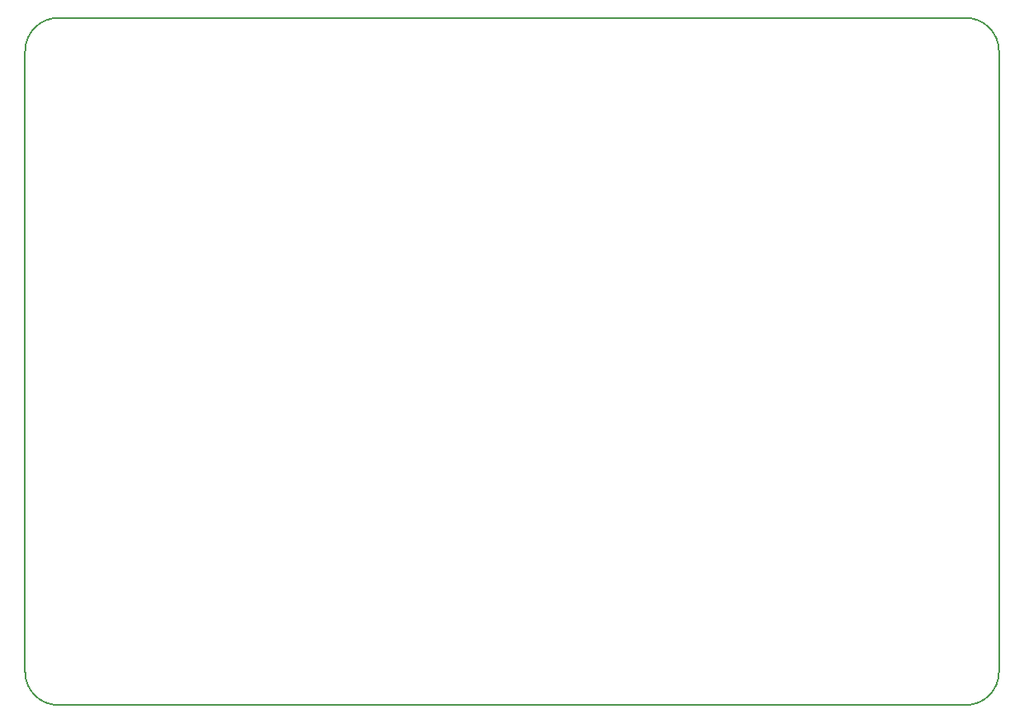
<source format=gbr>
G04 #@! TF.GenerationSoftware,KiCad,Pcbnew,6.0.2+dfsg-1*
G04 #@! TF.CreationDate,2022-08-31T21:38:22+10:00*
G04 #@! TF.ProjectId,AudioInjector.ABS.v1.balanced.preamplifier,41756469-6f49-46e6-9a65-63746f722e41,rev?*
G04 #@! TF.SameCoordinates,Original*
G04 #@! TF.FileFunction,Profile,NP*
%FSLAX45Y45*%
G04 Gerber Fmt 4.5, Leading zero omitted, Abs format (unit mm)*
G04 Created by KiCad (PCBNEW 6.0.2+dfsg-1) date 2022-08-31 21:38:22*
%MOMM*%
%LPD*%
G01*
G04 APERTURE LIST*
G04 #@! TA.AperFunction,Profile*
%ADD10C,0.150000*%
G04 #@! TD*
G04 APERTURE END LIST*
D10*
X9210000Y-16885000D02*
G75*
G03*
X9550000Y-17225000I340000J0D01*
G01*
X9550000Y-10160000D02*
G75*
G03*
X9210000Y-10500000I0J-340000D01*
G01*
X18870000Y-17225000D02*
X9550000Y-17225000D01*
X9550000Y-10160000D02*
X18870000Y-10160000D01*
X9210000Y-16885000D02*
X9210000Y-10500000D01*
X19210000Y-10500000D02*
X19210000Y-16885000D01*
X18870000Y-17225000D02*
G75*
G03*
X19210000Y-16885000I0J340000D01*
G01*
X19210000Y-10500000D02*
G75*
G03*
X18870000Y-10160000I-340000J0D01*
G01*
M02*

</source>
